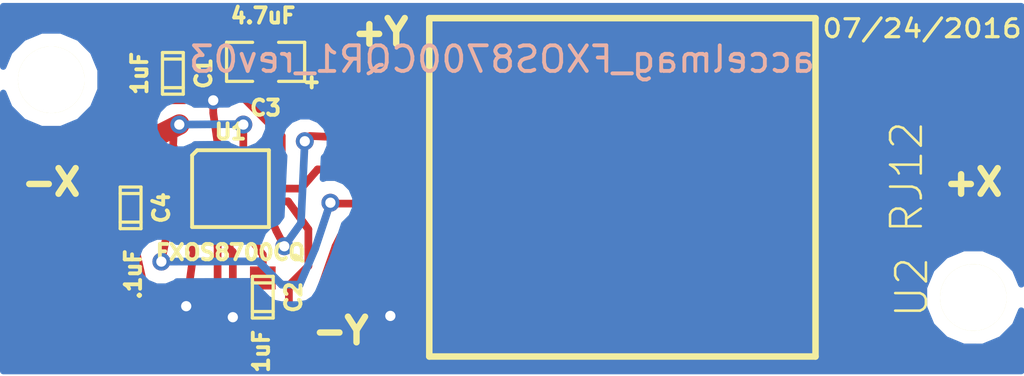
<source format=kicad_pcb>
(kicad_pcb (version 4) (host pcbnew 4.0.2+e4-6225~38~ubuntu14.04.1-stable)

  (general
    (links 21)
    (no_connects 0)
    (area 131 101.1 171.279762 116.925)
    (thickness 1.6)
    (drawings 6)
    (tracks 120)
    (zones 0)
    (modules 8)
    (nets 9)
  )

  (page A)
  (layers
    (0 F.Cu signal)
    (31 B.Cu signal)
    (32 B.Adhes user)
    (33 F.Adhes user)
    (34 B.Paste user)
    (35 F.Paste user)
    (36 B.SilkS user)
    (37 F.SilkS user)
    (38 B.Mask user)
    (39 F.Mask user)
    (40 Dwgs.User user)
    (41 Cmts.User user)
    (42 Eco1.User user)
    (43 Eco2.User user)
    (44 Edge.Cuts user)
  )

  (setup
    (last_trace_width 0.5)
    (user_trace_width 0.1)
    (user_trace_width 0.15)
    (user_trace_width 0.2)
    (user_trace_width 0.25)
    (user_trace_width 0.3)
    (user_trace_width 0.35)
    (user_trace_width 0.4)
    (user_trace_width 0.5)
    (user_trace_width 0.6)
    (user_trace_width 0.7)
    (user_trace_width 0.8)
    (user_trace_width 1)
    (trace_clearance 0.05)
    (zone_clearance 0.5)
    (zone_45_only no)
    (trace_min 0.1)
    (segment_width 0.2)
    (edge_width 0.1)
    (via_size 0.7)
    (via_drill 0.4)
    (via_min_size 0.7)
    (via_min_drill 0.4)
    (uvia_size 0.4)
    (uvia_drill 0.127)
    (uvias_allowed no)
    (uvia_min_size 0.4)
    (uvia_min_drill 0.127)
    (pcb_text_width 0.3)
    (pcb_text_size 1.5 1.5)
    (mod_edge_width 0.15)
    (mod_text_size 1 1)
    (mod_text_width 0.15)
    (pad_size 2.60096 1.6002)
    (pad_drill 0)
    (pad_to_mask_clearance 0)
    (aux_axis_origin 0 0)
    (visible_elements 7FFFFFFF)
    (pcbplotparams
      (layerselection 0x00030_80000001)
      (usegerberextensions true)
      (excludeedgelayer true)
      (linewidth 0.150000)
      (plotframeref false)
      (viasonmask false)
      (mode 1)
      (useauxorigin false)
      (hpglpennumber 1)
      (hpglpenspeed 20)
      (hpglpendiameter 15)
      (hpglpenoverlay 2)
      (psnegative false)
      (psa4output false)
      (plotreference true)
      (plotvalue true)
      (plotinvisibletext false)
      (padsonsilk false)
      (subtractmaskfromsilk false)
      (outputformat 1)
      (mirror false)
      (drillshape 0)
      (scaleselection 1)
      (outputdirectory ""))
  )

  (net 0 "")
  (net 1 GND)
  (net 2 INT1)
  (net 3 INT2)
  (net 4 SCL)
  (net 5 SDA)
  (net 6 Vdd)
  (net 7 "Net-(C2-Pad1)")
  (net 8 "Net-(C4-Pad1)")

  (net_class Default "This is the default net class."
    (clearance 0.05)
    (trace_width 0.5)
    (via_dia 0.7)
    (via_drill 0.4)
    (uvia_dia 0.4)
    (uvia_drill 0.127)
    (add_net GND)
    (add_net INT1)
    (add_net INT2)
    (add_net "Net-(C2-Pad1)")
    (add_net "Net-(C4-Pad1)")
    (add_net SCL)
    (add_net SDA)
    (add_net Vdd)
  )

  (module ted_connectors:TED_RJ12_855135002 (layer F.Cu) (tedit 0) (tstamp 539CC027)
    (at 155.3 108.7 270)
    (path /539B7C14)
    (fp_text reference U2 (at 3.9 -11.3 270) (layer F.SilkS)
      (effects (font (size 1.2 1.2) (thickness 0.09906)))
    )
    (fp_text value RJ12 (at -0.4 -11.1 270) (layer F.SilkS)
      (effects (font (size 1.2 1.2) (thickness 0.09906)))
    )
    (fp_line (start -6.605 -7.54) (end 6.605 -7.54) (layer F.SilkS) (width 0.254))
    (fp_line (start 6.605 -7.54) (end 6.605 7.54) (layer F.SilkS) (width 0.254))
    (fp_line (start 6.605 7.54) (end -6.605 7.54) (layer F.SilkS) (width 0.254))
    (fp_line (start -6.605 7.54) (end -6.605 -7.54) (layer F.SilkS) (width 0.254))
    (pad 6 smd rect (at -3.175 7.9 270) (size 0.76 5) (layers F.Cu F.Paste F.Mask)
      (net 6 Vdd) (clearance 0.2))
    (pad 4 smd rect (at -0.635 7.9 270) (size 0.76 5) (layers F.Cu F.Paste F.Mask)
      (net 2 INT1) (clearance 0.2))
    (pad 2 smd rect (at 1.905 7.9 270) (size 0.76 5) (layers F.Cu F.Paste F.Mask)
      (net 5 SDA) (clearance 0.2))
    (pad 3 smd rect (at 0.635 7.9 270) (size 0.76 5) (layers F.Cu F.Paste F.Mask)
      (net 4 SCL) (clearance 0.2))
    (pad 1 smd rect (at 3.175 7.9 270) (size 0.76 5) (layers F.Cu F.Paste F.Mask)
      (net 1 GND) (clearance 0.2))
    (pad 5 smd rect (at -1.905 7.9 270) (size 0.76 5) (layers F.Cu F.Paste F.Mask)
      (net 3 INT2) (clearance 0.2))
    (pad PAD smd rect (at 0 -8.15 270) (size 8.8 4.5) (layers F.Cu F.Paste F.Mask))
  )

  (module ted_holes:TED_Hole_2_6mm (layer F.Cu) (tedit 0) (tstamp 539CCC63)
    (at 133 104.5)
    (path /5365C78C)
    (fp_text reference H1 (at -0.05 -2.425) (layer F.SilkS) hide
      (effects (font (size 1 1) (thickness 0.15)))
    )
    (fp_text value HOLE (at 0.25 2.6) (layer F.SilkS) hide
      (effects (font (size 1 1) (thickness 0.15)))
    )
    (pad "" np_thru_hole circle (at 0 0) (size 2.6 2.6) (drill 2.6) (layers *.Cu *.Mask F.SilkS))
  )

  (module ted_holes:TED_Hole_2_6mm (layer F.Cu) (tedit 0) (tstamp 539CBF88)
    (at 169 113)
    (path /539CBE67)
    (fp_text reference H2 (at -0.05 -2.425) (layer F.SilkS) hide
      (effects (font (size 1 1) (thickness 0.15)))
    )
    (fp_text value HOLE (at 0.25 2.6) (layer F.SilkS) hide
      (effects (font (size 1 1) (thickness 0.15)))
    )
    (pad "" np_thru_hole circle (at 0 0) (size 2.6 2.6) (drill 2.6) (layers *.Cu *.Mask F.SilkS))
  )

  (module ted_ICs:TED_QFN16_3x5 (layer F.Cu) (tedit 0) (tstamp 52A599E5)
    (at 140 108.75)
    (path /54A72EE3)
    (solder_paste_ratio -0.2)
    (clearance 0.1)
    (fp_text reference U1 (at 0 -2.22) (layer F.SilkS)
      (effects (font (size 0.6 0.6) (thickness 0.15)))
    )
    (fp_text value FXOS8700CQ (at 0 2.49) (layer F.SilkS)
      (effects (font (size 0.6 0.6) (thickness 0.15)))
    )
    (fp_line (start -1.3 -1.5) (end 1.5 -1.5) (layer F.SilkS) (width 0.14986))
    (fp_line (start -1.5 -1.3) (end -1.5 1.5) (layer F.SilkS) (width 0.14986))
    (fp_line (start -1.3 -1.5) (end -1.5 -1.3) (layer F.SilkS) (width 0.14986))
    (fp_line (start 1.5 1.5) (end -1.5 1.5) (layer F.SilkS) (width 0.14986))
    (fp_line (start 1.5 -1.5) (end 1.5 1.5) (layer F.SilkS) (width 0.14986))
    (pad 2 smd rect (at -1.275 -0.5) (size 0.8 0.3) (layers F.Cu F.Paste F.Mask)
      (net 8 "Net-(C4-Pad1)"))
    (pad 1 smd rect (at -1.275 -1) (size 0.8 0.3) (layers F.Cu F.Paste F.Mask)
      (net 6 Vdd))
    (pad 13 smd rect (at 1.275 -1) (size 0.8 0.3) (layers F.Cu F.Paste F.Mask)
      (net 1 GND))
    (pad 3 smd rect (at -1.275 -0.005) (size 0.8 0.3) (layers F.Cu F.Paste F.Mask)
      (net 1 GND))
    (pad 4 smd rect (at -1.275 0.5) (size 0.8 0.3) (layers F.Cu F.Paste F.Mask)
      (net 4 SCL))
    (pad 5 smd rect (at -1.275 1) (size 0.8 0.3) (layers F.Cu F.Paste F.Mask)
      (net 1 GND))
    (pad 6 smd rect (at -0.5 1.275) (size 0.3 0.8) (layers F.Cu F.Paste F.Mask)
      (net 5 SDA))
    (pad 7 smd rect (at -0.035 1.275) (size 0.3 0.8) (layers F.Cu F.Paste F.Mask)
      (net 1 GND))
    (pad 8 smd rect (at 0.5 1.275) (size 0.3 0.8) (layers F.Cu F.Paste F.Mask)
      (net 7 "Net-(C2-Pad1)"))
    (pad 9 smd rect (at 1.275 1) (size 0.8 0.3) (layers F.Cu F.Paste F.Mask)
      (net 3 INT2))
    (pad 10 smd rect (at 1.275 0.5) (size 0.8 0.3) (layers F.Cu F.Paste F.Mask)
      (net 1 GND))
    (pad 11 smd rect (at 1.275 -0.005) (size 0.8 0.3) (layers F.Cu F.Paste F.Mask)
      (net 2 INT1))
    (pad 12 smd rect (at 1.275 -0.5) (size 0.8 0.3) (layers F.Cu F.Paste F.Mask)
      (net 1 GND))
    (pad 14 smd rect (at 0.5 -1.275) (size 0.3 0.8) (layers F.Cu F.Paste F.Mask)
      (net 6 Vdd))
    (pad 15 smd rect (at -0.015 -1.275) (size 0.3 0.8) (layers F.Cu F.Paste F.Mask))
    (pad 16 smd rect (at -0.5 -1.275) (size 0.3 0.8) (layers F.Cu F.Paste F.Mask)
      (net 1 GND))
  )

  (module ted_capacitors:TED_SM0603_C (layer F.Cu) (tedit 5411E2B4) (tstamp 566C9EAA)
    (at 137.75 104.25 270)
    (descr "SMT capacitor, 0603")
    (path /52959381)
    (fp_text reference C1 (at 0 -1.2 270) (layer F.SilkS)
      (effects (font (size 0.6 0.6) (thickness 0.15)))
    )
    (fp_text value 1uF (at 0 1.3 270) (layer F.SilkS)
      (effects (font (size 0.6 0.6) (thickness 0.15)))
    )
    (fp_line (start 0.5588 0.4064) (end 0.5588 -0.4064) (layer F.SilkS) (width 0.127))
    (fp_line (start -0.5588 -0.381) (end -0.5588 0.4064) (layer F.SilkS) (width 0.127))
    (fp_line (start -0.8128 -0.4064) (end 0.8128 -0.4064) (layer F.SilkS) (width 0.127))
    (fp_line (start 0.8128 -0.4064) (end 0.8128 0.4064) (layer F.SilkS) (width 0.127))
    (fp_line (start 0.8128 0.4064) (end -0.8128 0.4064) (layer F.SilkS) (width 0.127))
    (fp_line (start -0.8128 0.4064) (end -0.8128 -0.4064) (layer F.SilkS) (width 0.127))
    (pad 2 smd rect (at 0.75184 0 270) (size 0.89916 1.00076) (layers F.Cu F.Paste F.Mask)
      (net 1 GND) (clearance 0.1))
    (pad 1 smd rect (at -0.75184 0 270) (size 0.89916 1.00076) (layers F.Cu F.Paste F.Mask)
      (net 6 Vdd) (clearance 0.1))
    (model smd/capacitors/c_0603.wrl
      (at (xyz 0 0 0))
      (scale (xyz 1 1 1))
      (rotate (xyz 0 0 0))
    )
  )

  (module ted_capacitors:TED_SM0603_C (layer F.Cu) (tedit 5411E2B4) (tstamp 566C9EB5)
    (at 141.26 112.99 270)
    (descr "SMT capacitor, 0603")
    (path /54A72FC4)
    (fp_text reference C2 (at 0 -1.2 270) (layer F.SilkS)
      (effects (font (size 0.6 0.6) (thickness 0.15)))
    )
    (fp_text value 1uF (at 2.11 0.06 270) (layer F.SilkS)
      (effects (font (size 0.6 0.6) (thickness 0.15)))
    )
    (fp_line (start 0.5588 0.4064) (end 0.5588 -0.4064) (layer F.SilkS) (width 0.127))
    (fp_line (start -0.5588 -0.381) (end -0.5588 0.4064) (layer F.SilkS) (width 0.127))
    (fp_line (start -0.8128 -0.4064) (end 0.8128 -0.4064) (layer F.SilkS) (width 0.127))
    (fp_line (start 0.8128 -0.4064) (end 0.8128 0.4064) (layer F.SilkS) (width 0.127))
    (fp_line (start 0.8128 0.4064) (end -0.8128 0.4064) (layer F.SilkS) (width 0.127))
    (fp_line (start -0.8128 0.4064) (end -0.8128 -0.4064) (layer F.SilkS) (width 0.127))
    (pad 2 smd rect (at 0.75184 0 270) (size 0.89916 1.00076) (layers F.Cu F.Paste F.Mask)
      (net 1 GND) (clearance 0.1))
    (pad 1 smd rect (at -0.75184 0 270) (size 0.89916 1.00076) (layers F.Cu F.Paste F.Mask)
      (net 7 "Net-(C2-Pad1)") (clearance 0.1))
    (model smd/capacitors/c_0603.wrl
      (at (xyz 0 0 0))
      (scale (xyz 1 1 1))
      (rotate (xyz 0 0 0))
    )
  )

  (module ted_capacitors:TED_SM0603_C (layer F.Cu) (tedit 5411E2B4) (tstamp 566C9EC0)
    (at 136.1 109.5 270)
    (descr "SMT capacitor, 0603")
    (path /52A5541B)
    (fp_text reference C4 (at 0 -1.2 270) (layer F.SilkS)
      (effects (font (size 0.6 0.6) (thickness 0.15)))
    )
    (fp_text value .1uF (at 2.6 -0.1 270) (layer F.SilkS)
      (effects (font (size 0.6 0.6) (thickness 0.15)))
    )
    (fp_line (start 0.5588 0.4064) (end 0.5588 -0.4064) (layer F.SilkS) (width 0.127))
    (fp_line (start -0.5588 -0.381) (end -0.5588 0.4064) (layer F.SilkS) (width 0.127))
    (fp_line (start -0.8128 -0.4064) (end 0.8128 -0.4064) (layer F.SilkS) (width 0.127))
    (fp_line (start 0.8128 -0.4064) (end 0.8128 0.4064) (layer F.SilkS) (width 0.127))
    (fp_line (start 0.8128 0.4064) (end -0.8128 0.4064) (layer F.SilkS) (width 0.127))
    (fp_line (start -0.8128 0.4064) (end -0.8128 -0.4064) (layer F.SilkS) (width 0.127))
    (pad 2 smd rect (at 0.75184 0 270) (size 0.89916 1.00076) (layers F.Cu F.Paste F.Mask)
      (net 1 GND) (clearance 0.1))
    (pad 1 smd rect (at -0.75184 0 270) (size 0.89916 1.00076) (layers F.Cu F.Paste F.Mask)
      (net 8 "Net-(C4-Pad1)") (clearance 0.1))
    (model smd/capacitors/c_0603.wrl
      (at (xyz 0 0 0))
      (scale (xyz 1 1 1))
      (rotate (xyz 0 0 0))
    )
  )

  (module ted_capacitors:TED_SM2012_0805_ELEC_C (layer F.Cu) (tedit 0) (tstamp 567F7F90)
    (at 141.37 103.8 180)
    (path /54A72EF7)
    (attr smd)
    (fp_text reference C3 (at 0 -1.8 180) (layer F.SilkS)
      (effects (font (size 0.6 0.6) (thickness 0.15)))
    )
    (fp_text value 4.7uF (at 0.1 1.8 180) (layer F.SilkS)
      (effects (font (size 0.6 0.6) (thickness 0.15)))
    )
    (fp_line (start -2 -0.8) (end -1.6 -0.8) (layer F.SilkS) (width 0.15))
    (fp_line (start -1.8 -0.6) (end -1.8 -1) (layer F.SilkS) (width 0.15))
    (fp_line (start -0.508 0.762) (end -1.524 0.762) (layer F.SilkS) (width 0.127))
    (fp_line (start -1.524 0.762) (end -1.524 -0.762) (layer F.SilkS) (width 0.127))
    (fp_line (start -1.524 -0.762) (end -0.508 -0.762) (layer F.SilkS) (width 0.127))
    (fp_line (start 0.508 -0.762) (end 1.524 -0.762) (layer F.SilkS) (width 0.127))
    (fp_line (start 1.524 -0.762) (end 1.524 0.762) (layer F.SilkS) (width 0.127))
    (fp_line (start 1.524 0.762) (end 0.508 0.762) (layer F.SilkS) (width 0.127))
    (pad 1 smd rect (at -0.9525 0 180) (size 0.889 1.397) (layers F.Cu F.Paste F.Mask)
      (net 6 Vdd))
    (pad 2 smd rect (at 0.9525 0 180) (size 0.889 1.397) (layers F.Cu F.Paste F.Mask)
      (net 1 GND))
    (model smd/chip_cms.wrl
      (at (xyz 0 0 0))
      (scale (xyz 0.1 0.1 0.1))
      (rotate (xyz 0 0 0))
    )
  )

  (gr_text 07/24/2016 (at 167 102.5) (layer F.SilkS)
    (effects (font (size 0.7 0.8) (thickness 0.125)))
  )
  (gr_text -X (at 133 108.5) (layer F.SilkS)
    (effects (font (size 1 1) (thickness 0.25)))
  )
  (gr_text -Y (at 144.3 114.3) (layer F.SilkS)
    (effects (font (size 1 1) (thickness 0.25)))
  )
  (gr_text +X (at 169 108.5) (layer F.SilkS)
    (effects (font (size 1 1) (thickness 0.25)))
  )
  (gr_text +Y (at 145.85 102.64) (layer F.SilkS)
    (effects (font (size 1 1) (thickness 0.25)))
  )
  (gr_text accelmag_FXOS8700CQR1_rev03 (at 150.6 103.7) (layer B.SilkS)
    (effects (font (size 1 1) (thickness 0.15)) (justify mirror))
  )

  (segment (start 141.275 107.75) (end 142 107.75) (width 0.3) (layer F.Cu) (net 1))
  (segment (start 137.703003 104.999801) (end 137.725161 105.021959) (width 0.3) (layer F.Cu) (net 1) (status 30))
  (segment (start 139.303475 105.281959) (end 139.325633 105.304117) (width 0.3) (layer F.Cu) (net 1))
  (segment (start 137.725161 105.021959) (end 139.303475 105.281959) (width 0.3) (layer F.Cu) (net 1) (status 10))
  (segment (start 139.675632 104.954118) (end 139.325633 105.304117) (width 0.3) (layer F.Cu) (net 1))
  (segment (start 140.2175 104) (end 140.2175 104.41225) (width 0.3) (layer F.Cu) (net 1))
  (segment (start 139.325633 105.799091) (end 139.325633 105.304117) (width 0.3) (layer F.Cu) (net 1))
  (segment (start 139.5 107) (end 139.325633 105.799091) (width 0.3) (layer F.Cu) (net 1))
  (segment (start 140.2175 104.41225) (end 139.675632 104.954118) (width 0.3) (layer F.Cu) (net 1))
  (segment (start 139.497488 107.531736) (end 139.5 107) (width 0.3) (layer F.Cu) (net 1) (status 10))
  (via (at 139.325633 105.304117) (size 0.7) (drill 0.4) (layers F.Cu B.Cu) (net 1))
  (segment (start 140.09 113.77) (end 140.09 111.219912) (width 0.3) (layer F.Cu) (net 1))
  (segment (start 140.09 111.219912) (end 139.965 111.094912) (width 0.3) (layer F.Cu) (net 1))
  (segment (start 139.965 111.094912) (end 139.965 110.025) (width 0.3) (layer F.Cu) (net 1) (status 20))
  (segment (start 145.3 113.8) (end 145.38 113.72) (width 0.8) (layer F.Cu) (net 1))
  (segment (start 145.38 113.72) (end 146.24 113.72) (width 0.8) (layer F.Cu) (net 1))
  (segment (start 144.7 113.2) (end 145.3 113.8) (width 0.8) (layer F.Cu) (net 1))
  (segment (start 144.7 112.4) (end 144.7 113.2) (width 0.8) (layer F.Cu) (net 1))
  (segment (start 145.225 111.875) (end 144.7 112.4) (width 0.8) (layer F.Cu) (net 1))
  (segment (start 147.4 111.875) (end 145.225 111.875) (width 0.8) (layer F.Cu) (net 1))
  (segment (start 142 106.7) (end 140.4175 105.1175) (width 0.3) (layer F.Cu) (net 1))
  (segment (start 140.4175 105.1175) (end 140.4175 103.8) (width 0.3) (layer F.Cu) (net 1))
  (segment (start 142 107.35) (end 142 106.7) (width 0.3) (layer F.Cu) (net 1))
  (segment (start 140.2175 104) (end 140.4175 103.8) (width 0.4) (layer F.Cu) (net 1))
  (segment (start 141.3 109.25) (end 142.25 109.25) (width 0.3) (layer F.Cu) (net 1) (status 10))
  (segment (start 142.07816 113.74184) (end 141.26 113.74184) (width 0.3) (layer F.Cu) (net 1) (tstamp 54A73CA1))
  (segment (start 142.28 113.54) (end 142.07816 113.74184) (width 0.3) (layer F.Cu) (net 1) (tstamp 54A73CA0))
  (segment (start 142.28 112.53) (end 142.28 113.54) (width 0.3) (layer F.Cu) (net 1) (tstamp 54A73C9F))
  (segment (start 143.04 111.77) (end 142.28 112.53) (width 0.3) (layer F.Cu) (net 1) (tstamp 54A73C99))
  (segment (start 143.04 110.34) (end 143.04 111.77) (width 0.3) (layer F.Cu) (net 1) (tstamp 54A73C98))
  (segment (start 142.25 109.25) (end 143.04 110.34) (width 0.3) (layer F.Cu) (net 1) (tstamp 54A73C97))
  (segment (start 141.3 108.25) (end 142.02 108.25) (width 0.3) (layer F.Cu) (net 1) (status 10))
  (segment (start 142 108.23) (end 142 107.75) (width 0.3) (layer F.Cu) (net 1) (tstamp 54A73C86))
  (segment (start 142 107.75) (end 142 107.35) (width 0.3) (layer F.Cu) (net 1) (tstamp 57954CF3))
  (segment (start 142.02 108.25) (end 142 108.23) (width 0.3) (layer F.Cu) (net 1) (tstamp 54A73C84))
  (segment (start 141.26 113.74184) (end 140.11816 113.74184) (width 0.3) (layer F.Cu) (net 1))
  (segment (start 140.11816 113.74184) (end 140.09 113.77) (width 0.3) (layer F.Cu) (net 1) (tstamp 54A73C61))
  (via (at 146.24 113.72) (size 0.7) (layers F.Cu B.Cu) (net 1))
  (segment (start 138.3 110.6) (end 138.3 110.1) (width 0.3) (layer F.Cu) (net 1))
  (segment (start 138.3 110.6) (end 138.563793 111.215517) (width 0.3) (layer F.Cu) (net 1) (tstamp 539B7FF3))
  (segment (start 138.27 113.34) (end 138.563793 111.215517) (width 0.3) (layer F.Cu) (net 1) (tstamp 539B7FF5))
  (segment (start 138.4 109.75) (end 138.75 109.75) (width 0.3) (layer F.Cu) (net 1) (tstamp 539B89E5) (status 30))
  (segment (start 138.3 110.1) (end 138.4 109.75) (width 0.3) (layer F.Cu) (net 1) (tstamp 539B89E2) (status 20))
  (segment (start 138.065117 113.544883) (end 136.678449 112.804883) (width 0.3) (layer F.Cu) (net 1) (tstamp 539B7FE6))
  (segment (start 138.27 113.34) (end 138.065117 113.544883) (width 0.3) (layer F.Cu) (net 1) (tstamp 539B7FE5))
  (via (at 138.27 113.34) (size 0.7) (layers F.Cu B.Cu) (net 1))
  (via (at 140.09 113.77) (size 0.7) (layers F.Cu B.Cu) (net 1))
  (segment (start 140.09 113.77) (end 139.99 113.87) (width 0.3) (layer B.Cu) (net 1) (tstamp 539B7FD9))
  (segment (start 138.75 108.745) (end 138 108.75) (width 0.3) (layer F.Cu) (net 1) (status 10))
  (segment (start 136.84816 110.25184) (end 136.1 110.25184) (width 0.3) (layer F.Cu) (net 1) (tstamp 539B7F96))
  (segment (start 137 110.1) (end 136.84816 110.25184) (width 0.3) (layer F.Cu) (net 1) (tstamp 539B7F95))
  (segment (start 137 109.4) (end 137 110.1) (width 0.3) (layer F.Cu) (net 1) (tstamp 539B7F94))
  (segment (start 138 108.75) (end 137 109.4) (width 0.3) (layer F.Cu) (net 1) (tstamp 539B7F93))
  (segment (start 136.678449 112.804883) (end 136.1 110.25184) (width 0.3) (layer F.Cu) (net 1) (tstamp 539B7FE8) (status 20))
  (segment (start 141.3 108.745) (end 142.75 108.75) (width 0.3) (layer F.Cu) (net 2) (status 10))
  (segment (start 143.4 108) (end 147.4 108.065) (width 0.3) (layer F.Cu) (net 2) (tstamp 539B7EC6) (status 20))
  (segment (start 142.75 108.75) (end 143.4 108) (width 0.3) (layer F.Cu) (net 2) (tstamp 539B7EC4))
  (segment (start 141.3 109.75) (end 141.5 109.75) (width 0.3) (layer F.Cu) (net 3) (status 10))
  (segment (start 143.105 106.695) (end 147.4 106.895) (width 0.3) (layer F.Cu) (net 3) (tstamp 539B7F00) (status 20))
  (segment (start 142.9 107) (end 143.105 106.795) (width 0.3) (layer F.Cu) (net 3) (tstamp 539B7EFF))
  (via (at 142.9 106.9) (size 0.7) (layers F.Cu B.Cu) (net 3))
  (segment (start 142.75 110.1) (end 142.9 106.9) (width 0.3) (layer B.Cu) (net 3) (tstamp 539B7EFB))
  (segment (start 142.1 111) (end 142.75 110.1) (width 0.3) (layer B.Cu) (net 3) (tstamp 539B7EFA))
  (via (at 142.1 111) (size 0.7) (layers F.Cu B.Cu) (net 3))
  (segment (start 141.793337 110.406736) (end 142.1 111) (width 0.3) (layer F.Cu) (net 3) (tstamp 539B7EF5))
  (segment (start 141.5 109.75) (end 141.793337 110.406736) (width 0.3) (layer F.Cu) (net 3) (tstamp 539B7EF4))
  (segment (start 138.75 109.25) (end 138.25 109.25) (width 0.3) (layer F.Cu) (net 4) (status 10))
  (segment (start 143.935 109.335) (end 147.4 109.335) (width 0.3) (layer F.Cu) (net 4) (tstamp 539B7FA2) (status 20))
  (segment (start 143.9 109.3) (end 143.935 109.335) (width 0.3) (layer F.Cu) (net 4) (tstamp 539B7FA1))
  (via (at 143.9 109.3) (size 0.7) (layers F.Cu B.Cu) (net 4))
  (segment (start 143.3 111.1) (end 143.9 109.3) (width 0.3) (layer B.Cu) (net 4) (tstamp 539B7F9F))
  (segment (start 142.7 112.5) (end 143.3 111.1) (width 0.3) (layer B.Cu) (net 4) (tstamp 539B7F9E))
  (segment (start 142 112.5) (end 142.7 112.5) (width 0.3) (layer B.Cu) (net 4) (tstamp 539B7F9C))
  (segment (start 137.3 111.6) (end 141.091578 111.589836) (width 0.3) (layer B.Cu) (net 4) (tstamp 539B7F9B))
  (segment (start 141.091578 111.589836) (end 142 112.5) (width 0.3) (layer B.Cu) (net 4) (tstamp 539B7FC7))
  (via (at 137.3 111.6) (size 0.7) (layers F.Cu B.Cu) (net 4))
  (segment (start 137.7 109.6) (end 137.3 111.6) (width 0.3) (layer F.Cu) (net 4) (tstamp 539B7F99))
  (segment (start 138.25 109.25) (end 137.7 109.6) (width 0.3) (layer F.Cu) (net 4) (tstamp 539B7F98))
  (segment (start 139.495483 111.00502) (end 139.5 111.000503) (width 0.3) (layer F.Cu) (net 5))
  (segment (start 139.5 111.000503) (end 139.5 110.025) (width 0.3) (layer F.Cu) (net 5) (status 20))
  (segment (start 139.495483 111.00502) (end 139.495483 114.225483) (width 0.3) (layer F.Cu) (net 5))
  (segment (start 139.495483 114.225483) (end 139.86 114.59) (width 0.3) (layer F.Cu) (net 5))
  (segment (start 139.86 114.59) (end 142.36 114.59) (width 0.3) (layer F.Cu) (net 5))
  (segment (start 142.36 114.59) (end 143.4 113) (width 0.3) (layer F.Cu) (net 5))
  (segment (start 144.1 111) (end 144.3 110.6) (width 0.3) (layer F.Cu) (net 5))
  (segment (start 143.4 113) (end 144.1 111) (width 0.3) (layer F.Cu) (net 5))
  (segment (start 144.3 110.6) (end 144.6 110.6) (width 0.3) (layer F.Cu) (net 5))
  (segment (start 144.6 110.6) (end 147.4 110.605) (width 0.3) (layer F.Cu) (net 5))
  (segment (start 137.858108 103.515224) (end 137.570056 103.515224) (width 0.8) (layer F.Cu) (net 6) (status 30))
  (segment (start 137.570056 103.515224) (end 137.547898 103.537382) (width 0.8) (layer F.Cu) (net 6) (status 30))
  (segment (start 137.547898 103.537382) (end 137.04968 103.797382) (width 0.8) (layer F.Cu) (net 6) (status 10))
  (segment (start 137.04968 103.797382) (end 136.223531 104.623531) (width 0.8) (layer F.Cu) (net 6))
  (segment (start 136.992521 106.76) (end 138 106.25) (width 0.8) (layer F.Cu) (net 6))
  (segment (start 136.223531 104.623531) (end 136.223531 105.99101) (width 0.8) (layer F.Cu) (net 6))
  (segment (start 136.223531 105.99101) (end 136.992521 106.76) (width 0.8) (layer F.Cu) (net 6))
  (segment (start 142.3225 103.8) (end 142.3225 103.546) (width 0.8) (layer F.Cu) (net 6))
  (segment (start 142.3225 103.546) (end 142.3 103.5235) (width 0.8) (layer F.Cu) (net 6))
  (segment (start 142.3 103.5235) (end 142.3 103.1) (width 0.8) (layer F.Cu) (net 6))
  (segment (start 142.3 103.1) (end 141.3 102.1) (width 0.8) (layer F.Cu) (net 6))
  (segment (start 141.3 102.1) (end 139.339017 102.1) (width 0.8) (layer F.Cu) (net 6))
  (segment (start 139.339017 102.1) (end 137.94674 103.382277) (width 0.8) (layer F.Cu) (net 6) (status 20))
  (segment (start 140.5 107.475) (end 140.5 106.25) (width 0.3) (layer F.Cu) (net 6) (status 10))
  (segment (start 140.525 106.275) (end 140.5 106.25) (width 0.3) (layer F.Cu) (net 6) (tstamp 54A73B45))
  (segment (start 147.4 105.525) (end 144.0475 105.525) (width 0.8) (layer F.Cu) (net 6))
  (segment (start 144.0475 105.525) (end 142.3225 103.8) (width 0.8) (layer F.Cu) (net 6))
  (segment (start 142.3225 104.054) (end 142.3225 103.8) (width 0.8) (layer F.Cu) (net 6))
  (segment (start 138 107.75) (end 138.75 107.75) (width 0.3) (layer F.Cu) (net 6) (tstamp 54A73B51) (status 20))
  (segment (start 137.78 107.12) (end 138 107.75) (width 0.3) (layer F.Cu) (net 6) (tstamp 54A73B50))
  (segment (start 137.79 106.46) (end 137.75 107.25) (width 0.3) (layer F.Cu) (net 6) (tstamp 54A73B4F))
  (segment (start 137.75 107.25) (end 137.78 107.12) (width 0.3) (layer F.Cu) (net 6) (tstamp 54A73B53))
  (segment (start 138 106.25) (end 137.79 106.46) (width 0.3) (layer F.Cu) (net 6) (tstamp 54A73B4E))
  (via (at 138 106.25) (size 0.7) (layers F.Cu B.Cu) (net 6))
  (segment (start 140.48 106.23) (end 138 106.25) (width 0.3) (layer B.Cu) (net 6) (tstamp 54A73B49))
  (segment (start 140.5 106.25) (end 140.48 106.23) (width 0.3) (layer B.Cu) (net 6) (tstamp 54A73B48))
  (via (at 140.5 106.25) (size 0.7) (layers F.Cu B.Cu) (net 6))
  (segment (start 140.497273 110.052727) (end 140.497273 110.317273) (width 0.3) (layer F.Cu) (net 7) (status 30))
  (segment (start 140.497273 110.317273) (end 141.26 111.33) (width 0.3) (layer F.Cu) (net 7) (status 10))
  (segment (start 141.26 111.33) (end 141.26 112.23816) (width 0.3) (layer F.Cu) (net 7))
  (segment (start 138.75 108.25) (end 138 108.25) (width 0.3) (layer F.Cu) (net 8) (status 10))
  (segment (start 138 108.25) (end 136.1 108.74816) (width 0.3) (layer F.Cu) (net 8) (tstamp 539B7EE1) (status 30))

  (zone (net 1) (net_name GND) (layer B.Cu) (tstamp 539B87D1) (hatch edge 0.508)
    (connect_pads (clearance 0.5))
    (min_thickness 0.254)
    (fill yes (arc_segments 16) (thermal_gap 0.508) (thermal_bridge_width 0.508))
    (polygon
      (pts
        (xy 131 101.5) (xy 171 101.5) (xy 171 116) (xy 131 116)
      )
    )
    (filled_polygon
      (pts
        (xy 170.873 112.48688) (xy 170.634584 111.909868) (xy 170.092983 111.367322) (xy 169.384986 111.073335) (xy 168.618378 111.072666)
        (xy 167.909868 111.365416) (xy 167.367322 111.907017) (xy 167.073335 112.615014) (xy 167.072666 113.381622) (xy 167.365416 114.090132)
        (xy 167.907017 114.632678) (xy 168.615014 114.926665) (xy 169.381622 114.927334) (xy 170.090132 114.634584) (xy 170.632678 114.092983)
        (xy 170.873 113.514225) (xy 170.873 115.873) (xy 131.127 115.873) (xy 131.127 111.793485) (xy 136.32283 111.793485)
        (xy 136.471256 112.152703) (xy 136.745851 112.427778) (xy 137.10481 112.57683) (xy 137.493485 112.57717) (xy 137.852703 112.428744)
        (xy 137.906163 112.375378) (xy 140.770161 112.3677) (xy 141.450052 113.048895) (xy 141.450367 113.049106) (xy 141.450578 113.049422)
        (xy 141.576551 113.133594) (xy 141.701968 113.217569) (xy 141.70234 113.217643) (xy 141.702655 113.217854) (xy 141.85079 113.24732)
        (xy 141.999256 113.277) (xy 141.999629 113.276926) (xy 142 113.277) (xy 142.7 113.277) (xy 142.844119 113.248333)
        (xy 142.988571 113.221426) (xy 142.992614 113.218795) (xy 142.997345 113.217854) (xy 143.119517 113.136222) (xy 143.242682 113.05608)
        (xy 143.24541 113.052102) (xy 143.249422 113.049422) (xy 143.331054 112.927251) (xy 143.414176 112.806075) (xy 144.014176 111.406075)
        (xy 144.020942 111.374101) (xy 144.037127 111.345709) (xy 144.441197 110.133498) (xy 144.452703 110.128744) (xy 144.727778 109.854149)
        (xy 144.87683 109.49519) (xy 144.87717 109.106515) (xy 144.728744 108.747297) (xy 144.454149 108.472222) (xy 144.09519 108.32317)
        (xy 143.706515 108.32283) (xy 143.609275 108.363009) (xy 143.648152 107.533636) (xy 143.727778 107.454149) (xy 143.87683 107.09519)
        (xy 143.87717 106.706515) (xy 143.728744 106.347297) (xy 143.454149 106.072222) (xy 143.09519 105.92317) (xy 142.706515 105.92283)
        (xy 142.347297 106.071256) (xy 142.072222 106.345851) (xy 141.92317 106.70481) (xy 141.92283 107.093485) (xy 142.071256 107.452703)
        (xy 142.095118 107.476607) (xy 141.984682 109.832579) (xy 141.822082 110.057717) (xy 141.547297 110.171256) (xy 141.272222 110.445851)
        (xy 141.12317 110.80481) (xy 141.123158 110.819) (xy 141.092322 110.812836) (xy 141.090907 110.813116) (xy 141.089495 110.812839)
        (xy 137.903222 110.82138) (xy 137.854149 110.772222) (xy 137.49519 110.62317) (xy 137.106515 110.62283) (xy 136.747297 110.771256)
        (xy 136.472222 111.045851) (xy 136.32317 111.40481) (xy 136.32283 111.793485) (xy 131.127 111.793485) (xy 131.127 106.443485)
        (xy 137.02283 106.443485) (xy 137.171256 106.802703) (xy 137.445851 107.077778) (xy 137.80481 107.22683) (xy 138.193485 107.22717)
        (xy 138.552703 107.078744) (xy 138.609435 107.022111) (xy 139.880052 107.011864) (xy 139.945851 107.077778) (xy 140.30481 107.22683)
        (xy 140.693485 107.22717) (xy 141.052703 107.078744) (xy 141.327778 106.804149) (xy 141.47683 106.44519) (xy 141.47717 106.056515)
        (xy 141.328744 105.697297) (xy 141.054149 105.422222) (xy 140.69519 105.27317) (xy 140.306515 105.27283) (xy 139.947297 105.421256)
        (xy 139.910926 105.457564) (xy 138.599983 105.468136) (xy 138.554149 105.422222) (xy 138.19519 105.27317) (xy 137.806515 105.27283)
        (xy 137.447297 105.421256) (xy 137.172222 105.695851) (xy 137.02317 106.05481) (xy 137.02283 106.443485) (xy 131.127 106.443485)
        (xy 131.127 105.01312) (xy 131.365416 105.590132) (xy 131.907017 106.132678) (xy 132.615014 106.426665) (xy 133.381622 106.427334)
        (xy 134.090132 106.134584) (xy 134.632678 105.592983) (xy 134.926665 104.884986) (xy 134.927334 104.118378) (xy 134.634584 103.409868)
        (xy 134.092983 102.867322) (xy 133.384986 102.573335) (xy 132.618378 102.572666) (xy 131.909868 102.865416) (xy 131.367322 103.407017)
        (xy 131.127 103.985775) (xy 131.127 101.627) (xy 170.873 101.627)
      )
    )
  )
)

</source>
